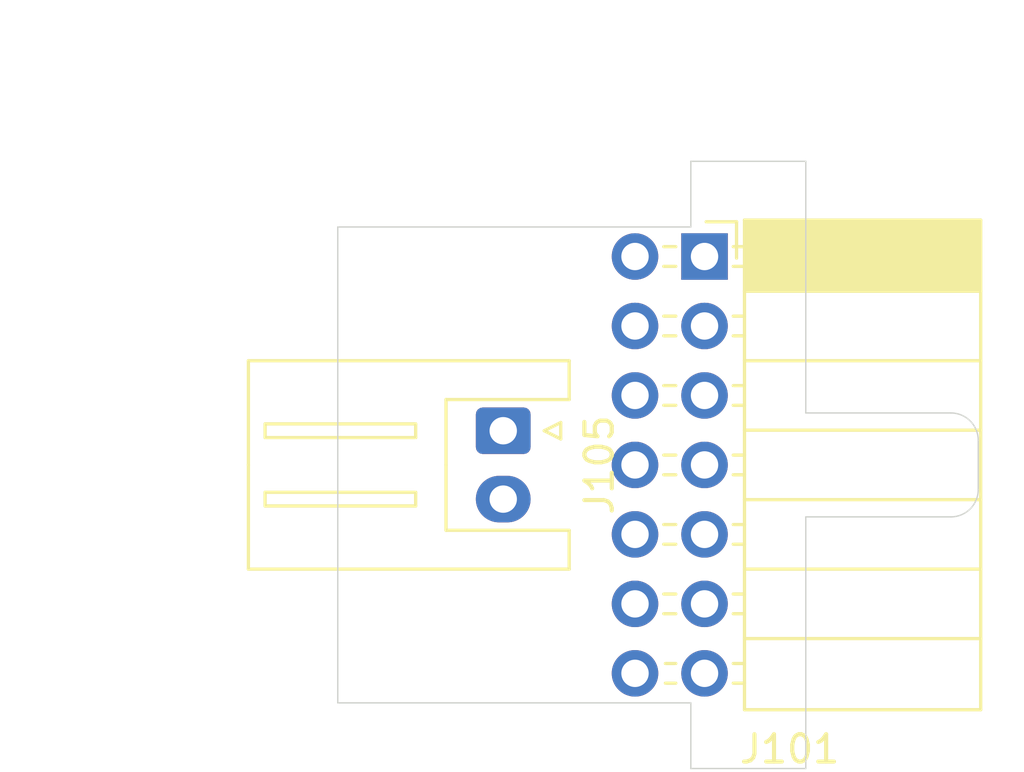
<source format=kicad_pcb>
(kicad_pcb (version 20241229) (generator "pcbnew") (generator_version "9.0")
  (layers (0 "F.Cu" signal) (2 "B.Cu" signal) (13 "F.Paste" user) (15 "B.Paste" user) (5 "F.SilkS" user "F.Silkscreen") (7 "B.SilkS" user "B.Silkscreen") (1 "F.Mask" user) (3 "B.Mask" user) (25 "Edge.Cuts" user))
  (net 0 "")
  (net 1 "GND")
  (net 2 "Net-(J101-Pin_11)")
  (footprint "Connector_JST:JST_XH_S2B-XH-A_1x02_P2.50mm_Horizontal" (layer "F.Cu") (at 122.645 88.75 -90)
    (property "Reference" "J105" (at 1.25 -3.51 90) (layer "F.SilkS"))
    (property "Value" "Conn_01x02")
    (fp_line (start -2.56 9.31) (end -2.56 -2.41) (stroke (width 0.12)) (layer "F.SilkS"))
    (fp_line (start 1.25 9.31) (end -2.56 9.31) (stroke (width 0.12)) (layer "F.SilkS"))
    (fp_line (start 1.25 9.31) (end 5.06 9.31) (stroke (width 0.12)) (layer "F.SilkS"))
    (fp_line (start 5.06 9.31) (end 5.06 -2.41) (stroke (width 0.12)) (layer "F.SilkS"))
    (fp_line (start -0.25 8.7) (end 0.25 8.7) (stroke (width 0.12)) (layer "F.SilkS"))
    (fp_line (start 0.25 8.7) (end 0.25 3.2) (stroke (width 0.12)) (layer "F.SilkS"))
    (fp_line (start 2.25 8.7) (end 2.75 8.7) (stroke (width 0.12)) (layer "F.SilkS"))
    (fp_line (start 2.75 8.7) (end 2.75 3.2) (stroke (width 0.12)) (layer "F.SilkS"))
    (fp_line (start -0.25 3.2) (end -0.25 8.7) (stroke (width 0.12)) (layer "F.SilkS"))
    (fp_line (start 0.25 3.2) (end -0.25 3.2) (stroke (width 0.12)) (layer "F.SilkS"))
    (fp_line (start 2.25 3.2) (end 2.25 8.7) (stroke (width 0.12)) (layer "F.SilkS"))
    (fp_line (start 2.75 3.2) (end 2.25 3.2) (stroke (width 0.12)) (layer "F.SilkS"))
    (fp_line (start -1.14 2.09) (end 1.25 2.09) (stroke (width 0.12)) (layer "F.SilkS"))
    (fp_line (start 3.64 2.09) (end 1.25 2.09) (stroke (width 0.12)) (layer "F.SilkS"))
    (fp_line (start 0 -1.5) (end -0.3 -2.1) (stroke (width 0.12)) (layer "F.SilkS"))
    (fp_line (start -0.3 -2.1) (end 0.3 -2.1) (stroke (width 0.12)) (layer "F.SilkS"))
    (fp_line (start 0.3 -2.1) (end 0 -1.5) (stroke (width 0.12)) (layer "F.SilkS"))
    (fp_line (start -2.56 -2.41) (end -1.14 -2.41) (stroke (width 0.12)) (layer "F.SilkS"))
    (fp_line (start -1.14 -2.41) (end -1.14 2.09) (stroke (width 0.12)) (layer "F.SilkS"))
    (fp_line (start 3.64 -2.41) (end 3.64 2.09) (stroke (width 0.12)) (layer "F.SilkS"))
    (fp_line (start 5.06 -2.41) (end 3.64 -2.41) (stroke (width 0.12)) (layer "F.SilkS"))
    (pad "1" thru_hole roundrect (at 0 0 270) (size 1.7 2) (drill 1) (layers "*.Cu" "*.Mask") (roundrect_rratio 0.147059) (net 2 "Net-(J101-Pin_11)"))
    (pad "2" thru_hole oval (at 2.5 0 270) (size 1.7 2) (drill 1) (layers "*.Cu" "*.Mask") (net 1 "GND"))
  )
  (footprint "x68k-lib:PinSocket_2x07_P2.54mm_Horizontal_Mirror" (layer "F.Cu") (at 127.46 97.62 180)
    (property "Reference" "J101" (at -5.65 -2.77 180) (layer "F.SilkS"))
    (property "Value" "Conn_02x07_Odd_Even")
    (fp_line (start -1.49 15.6) (end -1.05 15.6) (stroke (width 0.12)) (layer "F.SilkS"))
    (fp_line (start -1.49 14.88) (end -1.05 14.88) (stroke (width 0.12)) (layer "F.SilkS"))
    (fp_line (start -1.49 13.06) (end -1.05 13.06) (stroke (width 0.12)) (layer "F.SilkS"))
    (fp_line (start -1.49 12.34) (end -1.05 12.34) (stroke (width 0.12)) (layer "F.SilkS"))
    (fp_line (start -1.49 10.52) (end -1.05 10.52) (stroke (width 0.12)) (layer "F.SilkS"))
    (fp_line (start -1.49 9.8) (end -1.05 9.8) (stroke (width 0.12)) (layer "F.SilkS"))
    (fp_line (start -1.49 7.98) (end -1.05 7.98) (stroke (width 0.12)) (layer "F.SilkS"))
    (fp_line (start -1.49 7.26) (end -1.05 7.26) (stroke (width 0.12)) (layer "F.SilkS"))
    (fp_line (start -1.49 5.44) (end -1.05 5.44) (stroke (width 0.12)) (layer "F.SilkS"))
    (fp_line (start -1.49 4.72) (end -1.05 4.72) (stroke (width 0.12)) (layer "F.SilkS"))
    (fp_line (start -1.49 2.9) (end -1.05 2.9) (stroke (width 0.12)) (layer "F.SilkS"))
    (fp_line (start -1.49 2.18) (end -1.05 2.18) (stroke (width 0.12)) (layer "F.SilkS"))
    (fp_line (start -1.49 0.36) (end -1.11 0.36) (stroke (width 0.12)) (layer "F.SilkS"))
    (fp_line (start -1.49 -0.36) (end -1.11 -0.36) (stroke (width 0.12)) (layer "F.SilkS"))
    (fp_line (start -2.6 16.51) (end -3.71 16.51) (stroke (width 0.12)) (layer "F.SilkS"))
    (fp_line (start -3.71 16.51) (end -3.71 15.18) (stroke (width 0.12)) (layer "F.SilkS"))
    (fp_line (start -4 15.6) (end -3.59 15.6) (stroke (width 0.12)) (layer "F.SilkS"))
    (fp_line (start -4 14.88) (end -3.59 14.88) (stroke (width 0.12)) (layer "F.SilkS"))
    (fp_line (start -4 13.06) (end -3.59 13.06) (stroke (width 0.12)) (layer "F.SilkS"))
    (fp_line (start -4 12.34) (end -3.59 12.34) (stroke (width 0.12)) (layer "F.SilkS"))
    (fp_line (start -4 10.52) (end -3.59 10.52) (stroke (width 0.12)) (layer "F.SilkS"))
    (fp_line (start -4 9.8) (end -3.59 9.8) (stroke (width 0.12)) (layer "F.SilkS"))
    (fp_line (start -4 7.98) (end -3.59 7.98) (stroke (width 0.12)) (layer "F.SilkS"))
    (fp_line (start -4 7.26) (end -3.59 7.26) (stroke (width 0.12)) (layer "F.SilkS"))
    (fp_line (start -4 5.44) (end -3.59 5.44) (stroke (width 0.12)) (layer "F.SilkS"))
    (fp_line (start -4 4.72) (end -3.59 4.72) (stroke (width 0.12)) (layer "F.SilkS"))
    (fp_line (start -4 2.9) (end -3.59 2.9) (stroke (width 0.12)) (layer "F.SilkS"))
    (fp_line (start -4 2.18) (end -3.59 2.18) (stroke (width 0.12)) (layer "F.SilkS"))
    (fp_line (start -4 0.36) (end -3.59 0.36) (stroke (width 0.12)) (layer "F.SilkS"))
    (fp_line (start -4 -0.36) (end -3.59 -0.36) (stroke (width 0.12)) (layer "F.SilkS"))
    (fp_line (start -4 -1.33) (end -4 16.57) (stroke (width 0.12)) (layer "F.SilkS"))
    (fp_line (start -12.63 16.57) (end -4 16.57) (stroke (width 0.12)) (layer "F.SilkS"))
    (fp_line (start -12.63 13.97) (end -4 13.97) (stroke (width 0.12)) (layer "F.SilkS"))
    (fp_line (start -12.63 11.43) (end -4 11.43) (stroke (width 0.12)) (layer "F.SilkS"))
    (fp_line (start -12.63 8.89) (end -4 8.89) (stroke (width 0.12)) (layer "F.SilkS"))
    (fp_line (start -12.63 6.35) (end -4 6.35) (stroke (width 0.12)) (layer "F.SilkS"))
    (fp_line (start -12.63 3.81) (end -4 3.81) (stroke (width 0.12)) (layer "F.SilkS"))
    (fp_line (start -12.63 1.27) (end -4 1.27) (stroke (width 0.12)) (layer "F.SilkS"))
    (fp_line (start -12.63 -1.33) (end -4 -1.33) (stroke (width 0.12)) (layer "F.SilkS"))
    (fp_line (start -12.63 -1.33) (end -12.63 16.57) (stroke (width 0.12)) (layer "F.SilkS"))
    (fp_rect (start -12.63 13.97) (end -4 16.57) (stroke (width 0.1)) (fill yes) (layer "F.SilkS"))
    (pad "1" thru_hole rect (at -2.54 15.24 180) (size 1.7 1.7) (drill 1) (layers "*.Cu" "*.Mask"))
    (pad "2" thru_hole circle (at 0 15.24 180) (size 1.7 1.7) (drill 1) (layers "*.Cu" "*.Mask"))
    (pad "3" thru_hole circle (at -2.54 12.7 180) (size 1.7 1.7) (drill 1) (layers "*.Cu" "*.Mask"))
    (pad "4" thru_hole circle (at 0 12.7 180) (size 1.7 1.7) (drill 1) (layers "*.Cu" "*.Mask"))
    (pad "5" thru_hole circle (at -2.54 10.16 180) (size 1.7 1.7) (drill 1) (layers "*.Cu" "*.Mask"))
    (pad "6" thru_hole circle (at 0 10.16 180) (size 1.7 1.7) (drill 1) (layers "*.Cu" "*.Mask"))
    (pad "7" thru_hole circle (at -2.54 7.62 180) (size 1.7 1.7) (drill 1) (layers "*.Cu" "*.Mask"))
    (pad "8" thru_hole circle (at 0 7.62 180) (size 1.7 1.7) (drill 1) (layers "*.Cu" "*.Mask"))
    (pad "9" thru_hole circle (at -2.54 5.08 180) (size 1.7 1.7) (drill 1) (layers "*.Cu" "*.Mask"))
    (pad "10" thru_hole circle (at 0 5.08 180) (size 1.7 1.7) (drill 1) (layers "*.Cu" "*.Mask"))
    (pad "11" thru_hole circle (at -2.54 2.54 180) (size 1.7 1.7) (drill 1) (layers "*.Cu" "*.Mask") (net 2 "Net-(J101-Pin_11)"))
    (pad "12" thru_hole circle (at 0 2.54 180) (size 1.7 1.7) (drill 1) (layers "*.Cu" "*.Mask"))
    (pad "13" thru_hole circle (at -2.54 0 180) (size 1.7 1.7) (drill 1) (layers "*.Cu" "*.Mask") (net 1 "GND"))
    (pad "14" thru_hole circle (at 0 0 180) (size 1.7 1.7) (drill 1) (layers "*.Cu" "*.Mask") (net 1 "GND"))
  )
  (gr_line (start 140 89.1) (end 139.999999 90.9) (stroke (width 0.05)) (layer "Edge.Cuts"))
  (gr_line (start 133.7 78.9) (end 133.7 88.1) (stroke (width 0.05)) (layer "Edge.Cuts"))
  (gr_line (start 133.7 91.9) (end 139 91.9) (stroke (width 0.05)) (layer "Edge.Cuts"))
  (gr_line (start 133.7 78.9) (end 129.5 78.9) (stroke (width 0.05)) (layer "Edge.Cuts"))
  (gr_line (start 133.7 88.1) (end 139 88.1) (stroke (width 0.05)) (layer "Edge.Cuts"))
  (gr_line (start 116.6 81.3) (end 116.6 98.7) (stroke (width 0.05)) (layer "Edge.Cuts"))
  (gr_line (start 129.5 81.3) (end 129.5 78.9) (stroke (width 0.05)) (layer "Edge.Cuts"))
  (gr_arc (start 139.999999 90.899999) (mid 139.707106 91.607106) (end 138.999999 91.899999) (stroke (width 0.05)) (layer "Edge.Cuts"))
  (gr_arc (start 139 88.1) (mid 139.707107 88.392893) (end 140 89.1) (stroke (width 0.05)) (layer "Edge.Cuts"))
  (gr_line (start 129.5 81.3) (end 116.6 81.3) (stroke (width 0.05)) (layer "Edge.Cuts"))
  (gr_line (start 133.7 101.1) (end 129.5 101.1) (stroke (width 0.05)) (layer "Edge.Cuts"))
  (gr_line (start 116.6 98.7) (end 129.5 98.7) (stroke (width 0.05)) (layer "Edge.Cuts"))
  (gr_line (start 133.7 91.9) (end 133.7 101.1) (stroke (width 0.05)) (layer "Edge.Cuts"))
  (gr_line (start 129.5 98.7) (end 129.5 101.1) (stroke (width 0.05)) (layer "Edge.Cuts"))
)
</source>
